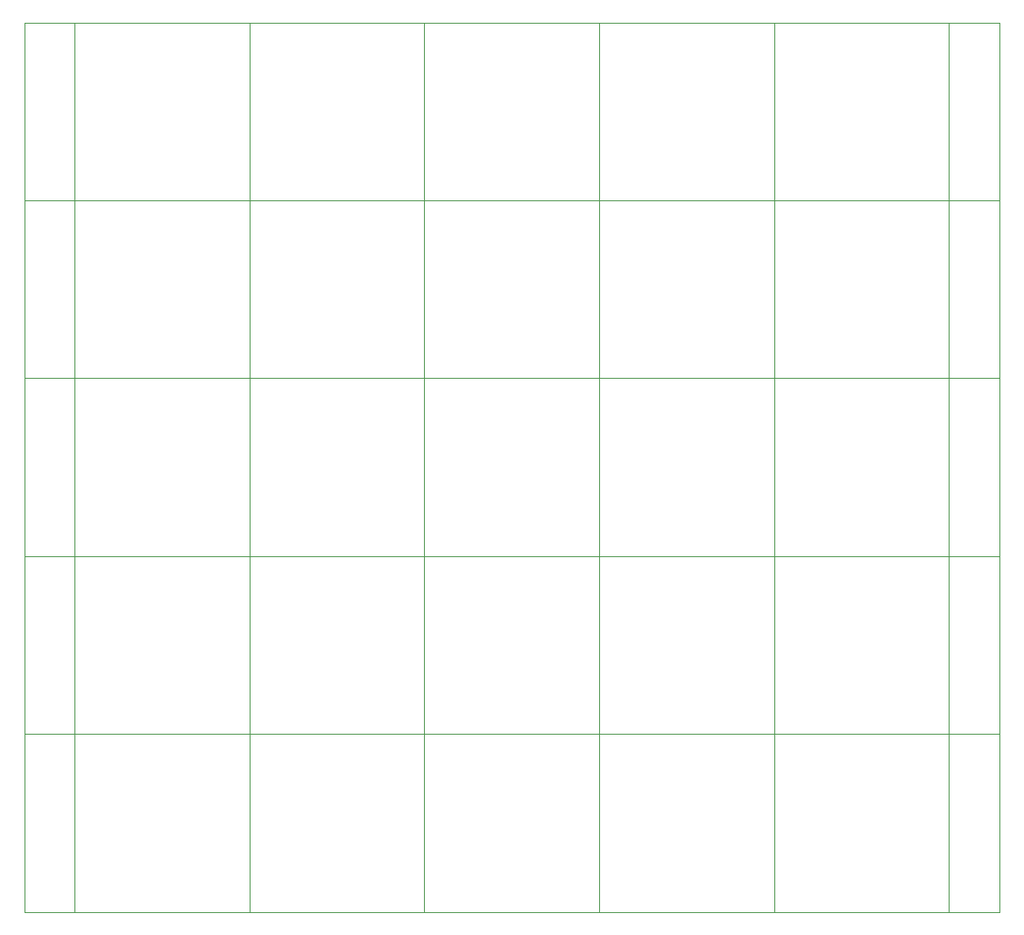
<source format=gbr>
G04 #@! TF.GenerationSoftware,KiCad,Pcbnew,5.1.5-5.1.5*
G04 #@! TF.CreationDate,2020-06-01T10:48:51+10:00*
G04 #@! TF.ProjectId,SOIC12-TSSOP12_panelized,534f4943-3132-42d5-9453-534f5031325f,rev?*
G04 #@! TF.SameCoordinates,Original*
G04 #@! TF.FileFunction,Profile,NP*
%FSLAX46Y46*%
G04 Gerber Fmt 4.6, Leading zero omitted, Abs format (unit mm)*
G04 Created by KiCad (PCBNEW 5.1.5-5.1.5) date 2020-06-01 10:48:51*
%MOMM*%
%LPD*%
G04 APERTURE LIST*
%ADD10C,0.100000*%
G04 APERTURE END LIST*
D10*
X134751098Y-167323606D02*
X232251110Y-167323606D01*
X134751098Y-149503604D02*
X232251110Y-149503604D01*
X134751098Y-131683602D02*
X232251110Y-131683602D01*
X134751098Y-113863600D02*
X232251110Y-113863600D01*
X227201108Y-96093598D02*
X227201108Y-185193610D01*
X209701106Y-96093598D02*
X209701106Y-185193610D01*
X192201104Y-96093598D02*
X192201104Y-185193610D01*
X174701102Y-96093598D02*
X174701102Y-185193610D01*
X157201100Y-96093598D02*
X157201100Y-185193610D01*
X139701098Y-96093598D02*
X139701098Y-185193610D01*
X134751099Y-185193609D02*
X134751099Y-96093599D01*
X232251109Y-185193609D02*
X134751099Y-185193609D01*
X232251109Y-96093599D02*
X232251109Y-185193609D01*
X134751099Y-96093599D02*
X232251109Y-96093599D01*
M02*

</source>
